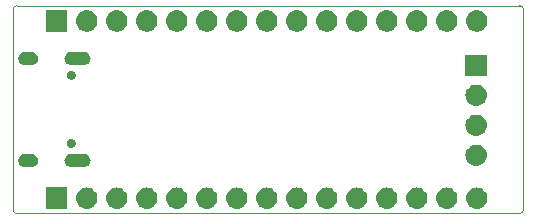
<source format=gbs>
G04 #@! TF.GenerationSoftware,KiCad,Pcbnew,5.0.1*
G04 #@! TF.CreationDate,2019-10-17T01:14:01+02:00*
G04 #@! TF.ProjectId,OtterPill,4F7474657250696C6C2E6B696361645F,rev?*
G04 #@! TF.SameCoordinates,Original*
G04 #@! TF.FileFunction,Soldermask,Bot*
G04 #@! TF.FilePolarity,Negative*
%FSLAX46Y46*%
G04 Gerber Fmt 4.6, Leading zero omitted, Abs format (unit mm)*
G04 Created by KiCad (PCBNEW 5.0.1) date Thu 17 Oct 2019 01:14:01 AM CEST*
%MOMM*%
%LPD*%
G01*
G04 APERTURE LIST*
%ADD10C,0.050000*%
%ADD11C,0.100000*%
G04 APERTURE END LIST*
D10*
X63200000Y-37100000D02*
G75*
G02X62900000Y-37400000I-300000J0D01*
G01*
X62900000Y-19800000D02*
G75*
G02X63200000Y-20100000I0J-300000D01*
G01*
X20000000Y-20100000D02*
G75*
G02X20300000Y-19800000I300000J0D01*
G01*
X20300000Y-37400000D02*
G75*
G02X20000000Y-37100000I0J300000D01*
G01*
X20000000Y-37100000D02*
X20000000Y-20100000D01*
X62900000Y-37400000D02*
X20300000Y-37400000D01*
X63200000Y-20100000D02*
X63200000Y-37100000D01*
X20300000Y-19800000D02*
X62900000Y-19800000D01*
D11*
G36*
X33970443Y-35205519D02*
X34036627Y-35212037D01*
X34149853Y-35246384D01*
X34206467Y-35263557D01*
X34345087Y-35337652D01*
X34362991Y-35347222D01*
X34398729Y-35376552D01*
X34500186Y-35459814D01*
X34583448Y-35561271D01*
X34612778Y-35597009D01*
X34612779Y-35597011D01*
X34696443Y-35753533D01*
X34696443Y-35753534D01*
X34747963Y-35923373D01*
X34765359Y-36100000D01*
X34747963Y-36276627D01*
X34713616Y-36389853D01*
X34696443Y-36446467D01*
X34622348Y-36585087D01*
X34612778Y-36602991D01*
X34583448Y-36638729D01*
X34500186Y-36740186D01*
X34398729Y-36823448D01*
X34362991Y-36852778D01*
X34362989Y-36852779D01*
X34206467Y-36936443D01*
X34149853Y-36953616D01*
X34036627Y-36987963D01*
X33970443Y-36994481D01*
X33904260Y-37001000D01*
X33815740Y-37001000D01*
X33749557Y-36994481D01*
X33683373Y-36987963D01*
X33570147Y-36953616D01*
X33513533Y-36936443D01*
X33357011Y-36852779D01*
X33357009Y-36852778D01*
X33321271Y-36823448D01*
X33219814Y-36740186D01*
X33136552Y-36638729D01*
X33107222Y-36602991D01*
X33097652Y-36585087D01*
X33023557Y-36446467D01*
X33006384Y-36389853D01*
X32972037Y-36276627D01*
X32954641Y-36100000D01*
X32972037Y-35923373D01*
X33023557Y-35753534D01*
X33023557Y-35753533D01*
X33107221Y-35597011D01*
X33107222Y-35597009D01*
X33136552Y-35561271D01*
X33219814Y-35459814D01*
X33321271Y-35376552D01*
X33357009Y-35347222D01*
X33374913Y-35337652D01*
X33513533Y-35263557D01*
X33570147Y-35246384D01*
X33683373Y-35212037D01*
X33749557Y-35205519D01*
X33815740Y-35199000D01*
X33904260Y-35199000D01*
X33970443Y-35205519D01*
X33970443Y-35205519D01*
G37*
G36*
X59370443Y-35205519D02*
X59436627Y-35212037D01*
X59549853Y-35246384D01*
X59606467Y-35263557D01*
X59745087Y-35337652D01*
X59762991Y-35347222D01*
X59798729Y-35376552D01*
X59900186Y-35459814D01*
X59983448Y-35561271D01*
X60012778Y-35597009D01*
X60012779Y-35597011D01*
X60096443Y-35753533D01*
X60096443Y-35753534D01*
X60147963Y-35923373D01*
X60165359Y-36100000D01*
X60147963Y-36276627D01*
X60113616Y-36389853D01*
X60096443Y-36446467D01*
X60022348Y-36585087D01*
X60012778Y-36602991D01*
X59983448Y-36638729D01*
X59900186Y-36740186D01*
X59798729Y-36823448D01*
X59762991Y-36852778D01*
X59762989Y-36852779D01*
X59606467Y-36936443D01*
X59549853Y-36953616D01*
X59436627Y-36987963D01*
X59370443Y-36994481D01*
X59304260Y-37001000D01*
X59215740Y-37001000D01*
X59149557Y-36994481D01*
X59083373Y-36987963D01*
X58970147Y-36953616D01*
X58913533Y-36936443D01*
X58757011Y-36852779D01*
X58757009Y-36852778D01*
X58721271Y-36823448D01*
X58619814Y-36740186D01*
X58536552Y-36638729D01*
X58507222Y-36602991D01*
X58497652Y-36585087D01*
X58423557Y-36446467D01*
X58406384Y-36389853D01*
X58372037Y-36276627D01*
X58354641Y-36100000D01*
X58372037Y-35923373D01*
X58423557Y-35753534D01*
X58423557Y-35753533D01*
X58507221Y-35597011D01*
X58507222Y-35597009D01*
X58536552Y-35561271D01*
X58619814Y-35459814D01*
X58721271Y-35376552D01*
X58757009Y-35347222D01*
X58774913Y-35337652D01*
X58913533Y-35263557D01*
X58970147Y-35246384D01*
X59083373Y-35212037D01*
X59149557Y-35205519D01*
X59215740Y-35199000D01*
X59304260Y-35199000D01*
X59370443Y-35205519D01*
X59370443Y-35205519D01*
G37*
G36*
X24601000Y-37001000D02*
X22799000Y-37001000D01*
X22799000Y-35199000D01*
X24601000Y-35199000D01*
X24601000Y-37001000D01*
X24601000Y-37001000D01*
G37*
G36*
X26350443Y-35205519D02*
X26416627Y-35212037D01*
X26529853Y-35246384D01*
X26586467Y-35263557D01*
X26725087Y-35337652D01*
X26742991Y-35347222D01*
X26778729Y-35376552D01*
X26880186Y-35459814D01*
X26963448Y-35561271D01*
X26992778Y-35597009D01*
X26992779Y-35597011D01*
X27076443Y-35753533D01*
X27076443Y-35753534D01*
X27127963Y-35923373D01*
X27145359Y-36100000D01*
X27127963Y-36276627D01*
X27093616Y-36389853D01*
X27076443Y-36446467D01*
X27002348Y-36585087D01*
X26992778Y-36602991D01*
X26963448Y-36638729D01*
X26880186Y-36740186D01*
X26778729Y-36823448D01*
X26742991Y-36852778D01*
X26742989Y-36852779D01*
X26586467Y-36936443D01*
X26529853Y-36953616D01*
X26416627Y-36987963D01*
X26350443Y-36994481D01*
X26284260Y-37001000D01*
X26195740Y-37001000D01*
X26129557Y-36994481D01*
X26063373Y-36987963D01*
X25950147Y-36953616D01*
X25893533Y-36936443D01*
X25737011Y-36852779D01*
X25737009Y-36852778D01*
X25701271Y-36823448D01*
X25599814Y-36740186D01*
X25516552Y-36638729D01*
X25487222Y-36602991D01*
X25477652Y-36585087D01*
X25403557Y-36446467D01*
X25386384Y-36389853D01*
X25352037Y-36276627D01*
X25334641Y-36100000D01*
X25352037Y-35923373D01*
X25403557Y-35753534D01*
X25403557Y-35753533D01*
X25487221Y-35597011D01*
X25487222Y-35597009D01*
X25516552Y-35561271D01*
X25599814Y-35459814D01*
X25701271Y-35376552D01*
X25737009Y-35347222D01*
X25754913Y-35337652D01*
X25893533Y-35263557D01*
X25950147Y-35246384D01*
X26063373Y-35212037D01*
X26129557Y-35205519D01*
X26195740Y-35199000D01*
X26284260Y-35199000D01*
X26350443Y-35205519D01*
X26350443Y-35205519D01*
G37*
G36*
X28890443Y-35205519D02*
X28956627Y-35212037D01*
X29069853Y-35246384D01*
X29126467Y-35263557D01*
X29265087Y-35337652D01*
X29282991Y-35347222D01*
X29318729Y-35376552D01*
X29420186Y-35459814D01*
X29503448Y-35561271D01*
X29532778Y-35597009D01*
X29532779Y-35597011D01*
X29616443Y-35753533D01*
X29616443Y-35753534D01*
X29667963Y-35923373D01*
X29685359Y-36100000D01*
X29667963Y-36276627D01*
X29633616Y-36389853D01*
X29616443Y-36446467D01*
X29542348Y-36585087D01*
X29532778Y-36602991D01*
X29503448Y-36638729D01*
X29420186Y-36740186D01*
X29318729Y-36823448D01*
X29282991Y-36852778D01*
X29282989Y-36852779D01*
X29126467Y-36936443D01*
X29069853Y-36953616D01*
X28956627Y-36987963D01*
X28890443Y-36994481D01*
X28824260Y-37001000D01*
X28735740Y-37001000D01*
X28669557Y-36994481D01*
X28603373Y-36987963D01*
X28490147Y-36953616D01*
X28433533Y-36936443D01*
X28277011Y-36852779D01*
X28277009Y-36852778D01*
X28241271Y-36823448D01*
X28139814Y-36740186D01*
X28056552Y-36638729D01*
X28027222Y-36602991D01*
X28017652Y-36585087D01*
X27943557Y-36446467D01*
X27926384Y-36389853D01*
X27892037Y-36276627D01*
X27874641Y-36100000D01*
X27892037Y-35923373D01*
X27943557Y-35753534D01*
X27943557Y-35753533D01*
X28027221Y-35597011D01*
X28027222Y-35597009D01*
X28056552Y-35561271D01*
X28139814Y-35459814D01*
X28241271Y-35376552D01*
X28277009Y-35347222D01*
X28294913Y-35337652D01*
X28433533Y-35263557D01*
X28490147Y-35246384D01*
X28603373Y-35212037D01*
X28669557Y-35205519D01*
X28735740Y-35199000D01*
X28824260Y-35199000D01*
X28890443Y-35205519D01*
X28890443Y-35205519D01*
G37*
G36*
X31430443Y-35205519D02*
X31496627Y-35212037D01*
X31609853Y-35246384D01*
X31666467Y-35263557D01*
X31805087Y-35337652D01*
X31822991Y-35347222D01*
X31858729Y-35376552D01*
X31960186Y-35459814D01*
X32043448Y-35561271D01*
X32072778Y-35597009D01*
X32072779Y-35597011D01*
X32156443Y-35753533D01*
X32156443Y-35753534D01*
X32207963Y-35923373D01*
X32225359Y-36100000D01*
X32207963Y-36276627D01*
X32173616Y-36389853D01*
X32156443Y-36446467D01*
X32082348Y-36585087D01*
X32072778Y-36602991D01*
X32043448Y-36638729D01*
X31960186Y-36740186D01*
X31858729Y-36823448D01*
X31822991Y-36852778D01*
X31822989Y-36852779D01*
X31666467Y-36936443D01*
X31609853Y-36953616D01*
X31496627Y-36987963D01*
X31430443Y-36994481D01*
X31364260Y-37001000D01*
X31275740Y-37001000D01*
X31209557Y-36994481D01*
X31143373Y-36987963D01*
X31030147Y-36953616D01*
X30973533Y-36936443D01*
X30817011Y-36852779D01*
X30817009Y-36852778D01*
X30781271Y-36823448D01*
X30679814Y-36740186D01*
X30596552Y-36638729D01*
X30567222Y-36602991D01*
X30557652Y-36585087D01*
X30483557Y-36446467D01*
X30466384Y-36389853D01*
X30432037Y-36276627D01*
X30414641Y-36100000D01*
X30432037Y-35923373D01*
X30483557Y-35753534D01*
X30483557Y-35753533D01*
X30567221Y-35597011D01*
X30567222Y-35597009D01*
X30596552Y-35561271D01*
X30679814Y-35459814D01*
X30781271Y-35376552D01*
X30817009Y-35347222D01*
X30834913Y-35337652D01*
X30973533Y-35263557D01*
X31030147Y-35246384D01*
X31143373Y-35212037D01*
X31209557Y-35205519D01*
X31275740Y-35199000D01*
X31364260Y-35199000D01*
X31430443Y-35205519D01*
X31430443Y-35205519D01*
G37*
G36*
X36510443Y-35205519D02*
X36576627Y-35212037D01*
X36689853Y-35246384D01*
X36746467Y-35263557D01*
X36885087Y-35337652D01*
X36902991Y-35347222D01*
X36938729Y-35376552D01*
X37040186Y-35459814D01*
X37123448Y-35561271D01*
X37152778Y-35597009D01*
X37152779Y-35597011D01*
X37236443Y-35753533D01*
X37236443Y-35753534D01*
X37287963Y-35923373D01*
X37305359Y-36100000D01*
X37287963Y-36276627D01*
X37253616Y-36389853D01*
X37236443Y-36446467D01*
X37162348Y-36585087D01*
X37152778Y-36602991D01*
X37123448Y-36638729D01*
X37040186Y-36740186D01*
X36938729Y-36823448D01*
X36902991Y-36852778D01*
X36902989Y-36852779D01*
X36746467Y-36936443D01*
X36689853Y-36953616D01*
X36576627Y-36987963D01*
X36510443Y-36994481D01*
X36444260Y-37001000D01*
X36355740Y-37001000D01*
X36289557Y-36994481D01*
X36223373Y-36987963D01*
X36110147Y-36953616D01*
X36053533Y-36936443D01*
X35897011Y-36852779D01*
X35897009Y-36852778D01*
X35861271Y-36823448D01*
X35759814Y-36740186D01*
X35676552Y-36638729D01*
X35647222Y-36602991D01*
X35637652Y-36585087D01*
X35563557Y-36446467D01*
X35546384Y-36389853D01*
X35512037Y-36276627D01*
X35494641Y-36100000D01*
X35512037Y-35923373D01*
X35563557Y-35753534D01*
X35563557Y-35753533D01*
X35647221Y-35597011D01*
X35647222Y-35597009D01*
X35676552Y-35561271D01*
X35759814Y-35459814D01*
X35861271Y-35376552D01*
X35897009Y-35347222D01*
X35914913Y-35337652D01*
X36053533Y-35263557D01*
X36110147Y-35246384D01*
X36223373Y-35212037D01*
X36289557Y-35205519D01*
X36355740Y-35199000D01*
X36444260Y-35199000D01*
X36510443Y-35205519D01*
X36510443Y-35205519D01*
G37*
G36*
X39050443Y-35205519D02*
X39116627Y-35212037D01*
X39229853Y-35246384D01*
X39286467Y-35263557D01*
X39425087Y-35337652D01*
X39442991Y-35347222D01*
X39478729Y-35376552D01*
X39580186Y-35459814D01*
X39663448Y-35561271D01*
X39692778Y-35597009D01*
X39692779Y-35597011D01*
X39776443Y-35753533D01*
X39776443Y-35753534D01*
X39827963Y-35923373D01*
X39845359Y-36100000D01*
X39827963Y-36276627D01*
X39793616Y-36389853D01*
X39776443Y-36446467D01*
X39702348Y-36585087D01*
X39692778Y-36602991D01*
X39663448Y-36638729D01*
X39580186Y-36740186D01*
X39478729Y-36823448D01*
X39442991Y-36852778D01*
X39442989Y-36852779D01*
X39286467Y-36936443D01*
X39229853Y-36953616D01*
X39116627Y-36987963D01*
X39050443Y-36994481D01*
X38984260Y-37001000D01*
X38895740Y-37001000D01*
X38829557Y-36994481D01*
X38763373Y-36987963D01*
X38650147Y-36953616D01*
X38593533Y-36936443D01*
X38437011Y-36852779D01*
X38437009Y-36852778D01*
X38401271Y-36823448D01*
X38299814Y-36740186D01*
X38216552Y-36638729D01*
X38187222Y-36602991D01*
X38177652Y-36585087D01*
X38103557Y-36446467D01*
X38086384Y-36389853D01*
X38052037Y-36276627D01*
X38034641Y-36100000D01*
X38052037Y-35923373D01*
X38103557Y-35753534D01*
X38103557Y-35753533D01*
X38187221Y-35597011D01*
X38187222Y-35597009D01*
X38216552Y-35561271D01*
X38299814Y-35459814D01*
X38401271Y-35376552D01*
X38437009Y-35347222D01*
X38454913Y-35337652D01*
X38593533Y-35263557D01*
X38650147Y-35246384D01*
X38763373Y-35212037D01*
X38829557Y-35205519D01*
X38895740Y-35199000D01*
X38984260Y-35199000D01*
X39050443Y-35205519D01*
X39050443Y-35205519D01*
G37*
G36*
X41590443Y-35205519D02*
X41656627Y-35212037D01*
X41769853Y-35246384D01*
X41826467Y-35263557D01*
X41965087Y-35337652D01*
X41982991Y-35347222D01*
X42018729Y-35376552D01*
X42120186Y-35459814D01*
X42203448Y-35561271D01*
X42232778Y-35597009D01*
X42232779Y-35597011D01*
X42316443Y-35753533D01*
X42316443Y-35753534D01*
X42367963Y-35923373D01*
X42385359Y-36100000D01*
X42367963Y-36276627D01*
X42333616Y-36389853D01*
X42316443Y-36446467D01*
X42242348Y-36585087D01*
X42232778Y-36602991D01*
X42203448Y-36638729D01*
X42120186Y-36740186D01*
X42018729Y-36823448D01*
X41982991Y-36852778D01*
X41982989Y-36852779D01*
X41826467Y-36936443D01*
X41769853Y-36953616D01*
X41656627Y-36987963D01*
X41590443Y-36994481D01*
X41524260Y-37001000D01*
X41435740Y-37001000D01*
X41369557Y-36994481D01*
X41303373Y-36987963D01*
X41190147Y-36953616D01*
X41133533Y-36936443D01*
X40977011Y-36852779D01*
X40977009Y-36852778D01*
X40941271Y-36823448D01*
X40839814Y-36740186D01*
X40756552Y-36638729D01*
X40727222Y-36602991D01*
X40717652Y-36585087D01*
X40643557Y-36446467D01*
X40626384Y-36389853D01*
X40592037Y-36276627D01*
X40574641Y-36100000D01*
X40592037Y-35923373D01*
X40643557Y-35753534D01*
X40643557Y-35753533D01*
X40727221Y-35597011D01*
X40727222Y-35597009D01*
X40756552Y-35561271D01*
X40839814Y-35459814D01*
X40941271Y-35376552D01*
X40977009Y-35347222D01*
X40994913Y-35337652D01*
X41133533Y-35263557D01*
X41190147Y-35246384D01*
X41303373Y-35212037D01*
X41369557Y-35205519D01*
X41435740Y-35199000D01*
X41524260Y-35199000D01*
X41590443Y-35205519D01*
X41590443Y-35205519D01*
G37*
G36*
X44130443Y-35205519D02*
X44196627Y-35212037D01*
X44309853Y-35246384D01*
X44366467Y-35263557D01*
X44505087Y-35337652D01*
X44522991Y-35347222D01*
X44558729Y-35376552D01*
X44660186Y-35459814D01*
X44743448Y-35561271D01*
X44772778Y-35597009D01*
X44772779Y-35597011D01*
X44856443Y-35753533D01*
X44856443Y-35753534D01*
X44907963Y-35923373D01*
X44925359Y-36100000D01*
X44907963Y-36276627D01*
X44873616Y-36389853D01*
X44856443Y-36446467D01*
X44782348Y-36585087D01*
X44772778Y-36602991D01*
X44743448Y-36638729D01*
X44660186Y-36740186D01*
X44558729Y-36823448D01*
X44522991Y-36852778D01*
X44522989Y-36852779D01*
X44366467Y-36936443D01*
X44309853Y-36953616D01*
X44196627Y-36987963D01*
X44130443Y-36994481D01*
X44064260Y-37001000D01*
X43975740Y-37001000D01*
X43909557Y-36994481D01*
X43843373Y-36987963D01*
X43730147Y-36953616D01*
X43673533Y-36936443D01*
X43517011Y-36852779D01*
X43517009Y-36852778D01*
X43481271Y-36823448D01*
X43379814Y-36740186D01*
X43296552Y-36638729D01*
X43267222Y-36602991D01*
X43257652Y-36585087D01*
X43183557Y-36446467D01*
X43166384Y-36389853D01*
X43132037Y-36276627D01*
X43114641Y-36100000D01*
X43132037Y-35923373D01*
X43183557Y-35753534D01*
X43183557Y-35753533D01*
X43267221Y-35597011D01*
X43267222Y-35597009D01*
X43296552Y-35561271D01*
X43379814Y-35459814D01*
X43481271Y-35376552D01*
X43517009Y-35347222D01*
X43534913Y-35337652D01*
X43673533Y-35263557D01*
X43730147Y-35246384D01*
X43843373Y-35212037D01*
X43909557Y-35205519D01*
X43975740Y-35199000D01*
X44064260Y-35199000D01*
X44130443Y-35205519D01*
X44130443Y-35205519D01*
G37*
G36*
X46670443Y-35205519D02*
X46736627Y-35212037D01*
X46849853Y-35246384D01*
X46906467Y-35263557D01*
X47045087Y-35337652D01*
X47062991Y-35347222D01*
X47098729Y-35376552D01*
X47200186Y-35459814D01*
X47283448Y-35561271D01*
X47312778Y-35597009D01*
X47312779Y-35597011D01*
X47396443Y-35753533D01*
X47396443Y-35753534D01*
X47447963Y-35923373D01*
X47465359Y-36100000D01*
X47447963Y-36276627D01*
X47413616Y-36389853D01*
X47396443Y-36446467D01*
X47322348Y-36585087D01*
X47312778Y-36602991D01*
X47283448Y-36638729D01*
X47200186Y-36740186D01*
X47098729Y-36823448D01*
X47062991Y-36852778D01*
X47062989Y-36852779D01*
X46906467Y-36936443D01*
X46849853Y-36953616D01*
X46736627Y-36987963D01*
X46670443Y-36994481D01*
X46604260Y-37001000D01*
X46515740Y-37001000D01*
X46449557Y-36994481D01*
X46383373Y-36987963D01*
X46270147Y-36953616D01*
X46213533Y-36936443D01*
X46057011Y-36852779D01*
X46057009Y-36852778D01*
X46021271Y-36823448D01*
X45919814Y-36740186D01*
X45836552Y-36638729D01*
X45807222Y-36602991D01*
X45797652Y-36585087D01*
X45723557Y-36446467D01*
X45706384Y-36389853D01*
X45672037Y-36276627D01*
X45654641Y-36100000D01*
X45672037Y-35923373D01*
X45723557Y-35753534D01*
X45723557Y-35753533D01*
X45807221Y-35597011D01*
X45807222Y-35597009D01*
X45836552Y-35561271D01*
X45919814Y-35459814D01*
X46021271Y-35376552D01*
X46057009Y-35347222D01*
X46074913Y-35337652D01*
X46213533Y-35263557D01*
X46270147Y-35246384D01*
X46383373Y-35212037D01*
X46449557Y-35205519D01*
X46515740Y-35199000D01*
X46604260Y-35199000D01*
X46670443Y-35205519D01*
X46670443Y-35205519D01*
G37*
G36*
X49210443Y-35205519D02*
X49276627Y-35212037D01*
X49389853Y-35246384D01*
X49446467Y-35263557D01*
X49585087Y-35337652D01*
X49602991Y-35347222D01*
X49638729Y-35376552D01*
X49740186Y-35459814D01*
X49823448Y-35561271D01*
X49852778Y-35597009D01*
X49852779Y-35597011D01*
X49936443Y-35753533D01*
X49936443Y-35753534D01*
X49987963Y-35923373D01*
X50005359Y-36100000D01*
X49987963Y-36276627D01*
X49953616Y-36389853D01*
X49936443Y-36446467D01*
X49862348Y-36585087D01*
X49852778Y-36602991D01*
X49823448Y-36638729D01*
X49740186Y-36740186D01*
X49638729Y-36823448D01*
X49602991Y-36852778D01*
X49602989Y-36852779D01*
X49446467Y-36936443D01*
X49389853Y-36953616D01*
X49276627Y-36987963D01*
X49210443Y-36994481D01*
X49144260Y-37001000D01*
X49055740Y-37001000D01*
X48989557Y-36994481D01*
X48923373Y-36987963D01*
X48810147Y-36953616D01*
X48753533Y-36936443D01*
X48597011Y-36852779D01*
X48597009Y-36852778D01*
X48561271Y-36823448D01*
X48459814Y-36740186D01*
X48376552Y-36638729D01*
X48347222Y-36602991D01*
X48337652Y-36585087D01*
X48263557Y-36446467D01*
X48246384Y-36389853D01*
X48212037Y-36276627D01*
X48194641Y-36100000D01*
X48212037Y-35923373D01*
X48263557Y-35753534D01*
X48263557Y-35753533D01*
X48347221Y-35597011D01*
X48347222Y-35597009D01*
X48376552Y-35561271D01*
X48459814Y-35459814D01*
X48561271Y-35376552D01*
X48597009Y-35347222D01*
X48614913Y-35337652D01*
X48753533Y-35263557D01*
X48810147Y-35246384D01*
X48923373Y-35212037D01*
X48989557Y-35205519D01*
X49055740Y-35199000D01*
X49144260Y-35199000D01*
X49210443Y-35205519D01*
X49210443Y-35205519D01*
G37*
G36*
X51750443Y-35205519D02*
X51816627Y-35212037D01*
X51929853Y-35246384D01*
X51986467Y-35263557D01*
X52125087Y-35337652D01*
X52142991Y-35347222D01*
X52178729Y-35376552D01*
X52280186Y-35459814D01*
X52363448Y-35561271D01*
X52392778Y-35597009D01*
X52392779Y-35597011D01*
X52476443Y-35753533D01*
X52476443Y-35753534D01*
X52527963Y-35923373D01*
X52545359Y-36100000D01*
X52527963Y-36276627D01*
X52493616Y-36389853D01*
X52476443Y-36446467D01*
X52402348Y-36585087D01*
X52392778Y-36602991D01*
X52363448Y-36638729D01*
X52280186Y-36740186D01*
X52178729Y-36823448D01*
X52142991Y-36852778D01*
X52142989Y-36852779D01*
X51986467Y-36936443D01*
X51929853Y-36953616D01*
X51816627Y-36987963D01*
X51750443Y-36994481D01*
X51684260Y-37001000D01*
X51595740Y-37001000D01*
X51529557Y-36994481D01*
X51463373Y-36987963D01*
X51350147Y-36953616D01*
X51293533Y-36936443D01*
X51137011Y-36852779D01*
X51137009Y-36852778D01*
X51101271Y-36823448D01*
X50999814Y-36740186D01*
X50916552Y-36638729D01*
X50887222Y-36602991D01*
X50877652Y-36585087D01*
X50803557Y-36446467D01*
X50786384Y-36389853D01*
X50752037Y-36276627D01*
X50734641Y-36100000D01*
X50752037Y-35923373D01*
X50803557Y-35753534D01*
X50803557Y-35753533D01*
X50887221Y-35597011D01*
X50887222Y-35597009D01*
X50916552Y-35561271D01*
X50999814Y-35459814D01*
X51101271Y-35376552D01*
X51137009Y-35347222D01*
X51154913Y-35337652D01*
X51293533Y-35263557D01*
X51350147Y-35246384D01*
X51463373Y-35212037D01*
X51529557Y-35205519D01*
X51595740Y-35199000D01*
X51684260Y-35199000D01*
X51750443Y-35205519D01*
X51750443Y-35205519D01*
G37*
G36*
X54290443Y-35205519D02*
X54356627Y-35212037D01*
X54469853Y-35246384D01*
X54526467Y-35263557D01*
X54665087Y-35337652D01*
X54682991Y-35347222D01*
X54718729Y-35376552D01*
X54820186Y-35459814D01*
X54903448Y-35561271D01*
X54932778Y-35597009D01*
X54932779Y-35597011D01*
X55016443Y-35753533D01*
X55016443Y-35753534D01*
X55067963Y-35923373D01*
X55085359Y-36100000D01*
X55067963Y-36276627D01*
X55033616Y-36389853D01*
X55016443Y-36446467D01*
X54942348Y-36585087D01*
X54932778Y-36602991D01*
X54903448Y-36638729D01*
X54820186Y-36740186D01*
X54718729Y-36823448D01*
X54682991Y-36852778D01*
X54682989Y-36852779D01*
X54526467Y-36936443D01*
X54469853Y-36953616D01*
X54356627Y-36987963D01*
X54290443Y-36994481D01*
X54224260Y-37001000D01*
X54135740Y-37001000D01*
X54069557Y-36994481D01*
X54003373Y-36987963D01*
X53890147Y-36953616D01*
X53833533Y-36936443D01*
X53677011Y-36852779D01*
X53677009Y-36852778D01*
X53641271Y-36823448D01*
X53539814Y-36740186D01*
X53456552Y-36638729D01*
X53427222Y-36602991D01*
X53417652Y-36585087D01*
X53343557Y-36446467D01*
X53326384Y-36389853D01*
X53292037Y-36276627D01*
X53274641Y-36100000D01*
X53292037Y-35923373D01*
X53343557Y-35753534D01*
X53343557Y-35753533D01*
X53427221Y-35597011D01*
X53427222Y-35597009D01*
X53456552Y-35561271D01*
X53539814Y-35459814D01*
X53641271Y-35376552D01*
X53677009Y-35347222D01*
X53694913Y-35337652D01*
X53833533Y-35263557D01*
X53890147Y-35246384D01*
X54003373Y-35212037D01*
X54069557Y-35205519D01*
X54135740Y-35199000D01*
X54224260Y-35199000D01*
X54290443Y-35205519D01*
X54290443Y-35205519D01*
G37*
G36*
X56830443Y-35205519D02*
X56896627Y-35212037D01*
X57009853Y-35246384D01*
X57066467Y-35263557D01*
X57205087Y-35337652D01*
X57222991Y-35347222D01*
X57258729Y-35376552D01*
X57360186Y-35459814D01*
X57443448Y-35561271D01*
X57472778Y-35597009D01*
X57472779Y-35597011D01*
X57556443Y-35753533D01*
X57556443Y-35753534D01*
X57607963Y-35923373D01*
X57625359Y-36100000D01*
X57607963Y-36276627D01*
X57573616Y-36389853D01*
X57556443Y-36446467D01*
X57482348Y-36585087D01*
X57472778Y-36602991D01*
X57443448Y-36638729D01*
X57360186Y-36740186D01*
X57258729Y-36823448D01*
X57222991Y-36852778D01*
X57222989Y-36852779D01*
X57066467Y-36936443D01*
X57009853Y-36953616D01*
X56896627Y-36987963D01*
X56830443Y-36994481D01*
X56764260Y-37001000D01*
X56675740Y-37001000D01*
X56609557Y-36994481D01*
X56543373Y-36987963D01*
X56430147Y-36953616D01*
X56373533Y-36936443D01*
X56217011Y-36852779D01*
X56217009Y-36852778D01*
X56181271Y-36823448D01*
X56079814Y-36740186D01*
X55996552Y-36638729D01*
X55967222Y-36602991D01*
X55957652Y-36585087D01*
X55883557Y-36446467D01*
X55866384Y-36389853D01*
X55832037Y-36276627D01*
X55814641Y-36100000D01*
X55832037Y-35923373D01*
X55883557Y-35753534D01*
X55883557Y-35753533D01*
X55967221Y-35597011D01*
X55967222Y-35597009D01*
X55996552Y-35561271D01*
X56079814Y-35459814D01*
X56181271Y-35376552D01*
X56217009Y-35347222D01*
X56234913Y-35337652D01*
X56373533Y-35263557D01*
X56430147Y-35246384D01*
X56543373Y-35212037D01*
X56609557Y-35205519D01*
X56675740Y-35199000D01*
X56764260Y-35199000D01*
X56830443Y-35205519D01*
X56830443Y-35205519D01*
G37*
G36*
X21683014Y-32346973D02*
X21786878Y-32378479D01*
X21882599Y-32429644D01*
X21966500Y-32498499D01*
X22035355Y-32582400D01*
X22086520Y-32678121D01*
X22118026Y-32781985D01*
X22128665Y-32890000D01*
X22118026Y-32998015D01*
X22086520Y-33101879D01*
X22035355Y-33197600D01*
X21966500Y-33281501D01*
X21882599Y-33350356D01*
X21786878Y-33401521D01*
X21683014Y-33433027D01*
X21602066Y-33441000D01*
X20947932Y-33441000D01*
X20866984Y-33433027D01*
X20763120Y-33401521D01*
X20667399Y-33350356D01*
X20583498Y-33281501D01*
X20514643Y-33197600D01*
X20463478Y-33101879D01*
X20431972Y-32998015D01*
X20421333Y-32890000D01*
X20431972Y-32781985D01*
X20463478Y-32678121D01*
X20514643Y-32582400D01*
X20583498Y-32498499D01*
X20667399Y-32429644D01*
X20763120Y-32378479D01*
X20866984Y-32346973D01*
X20947932Y-32339000D01*
X21602066Y-32339000D01*
X21683014Y-32346973D01*
X21683014Y-32346973D01*
G37*
G36*
X26113014Y-32346973D02*
X26216878Y-32378479D01*
X26312599Y-32429644D01*
X26396500Y-32498499D01*
X26465355Y-32582400D01*
X26516520Y-32678121D01*
X26548026Y-32781985D01*
X26558665Y-32890000D01*
X26548026Y-32998015D01*
X26516520Y-33101879D01*
X26465355Y-33197600D01*
X26396500Y-33281501D01*
X26312599Y-33350356D01*
X26216878Y-33401521D01*
X26113014Y-33433027D01*
X26032066Y-33441000D01*
X24877932Y-33441000D01*
X24796984Y-33433027D01*
X24693120Y-33401521D01*
X24597399Y-33350356D01*
X24513498Y-33281501D01*
X24444643Y-33197600D01*
X24393478Y-33101879D01*
X24361972Y-32998015D01*
X24351333Y-32890000D01*
X24361972Y-32781985D01*
X24393478Y-32678121D01*
X24444643Y-32582400D01*
X24513498Y-32498499D01*
X24597399Y-32429644D01*
X24693120Y-32378479D01*
X24796984Y-32346973D01*
X24877932Y-32339000D01*
X26032066Y-32339000D01*
X26113014Y-32346973D01*
X26113014Y-32346973D01*
G37*
G36*
X59310443Y-31575519D02*
X59376627Y-31582037D01*
X59489853Y-31616384D01*
X59546467Y-31633557D01*
X59670184Y-31699686D01*
X59702991Y-31717222D01*
X59738729Y-31746552D01*
X59840186Y-31829814D01*
X59923448Y-31931271D01*
X59952778Y-31967009D01*
X59952779Y-31967011D01*
X60036443Y-32123533D01*
X60036443Y-32123534D01*
X60087963Y-32293373D01*
X60105359Y-32470000D01*
X60087963Y-32646627D01*
X60078409Y-32678121D01*
X60036443Y-32816467D01*
X59997138Y-32890000D01*
X59952778Y-32972991D01*
X59932243Y-32998013D01*
X59840186Y-33110186D01*
X59738729Y-33193448D01*
X59702991Y-33222778D01*
X59702989Y-33222779D01*
X59546467Y-33306443D01*
X59489853Y-33323616D01*
X59376627Y-33357963D01*
X59310443Y-33364481D01*
X59244260Y-33371000D01*
X59155740Y-33371000D01*
X59089557Y-33364481D01*
X59023373Y-33357963D01*
X58910147Y-33323616D01*
X58853533Y-33306443D01*
X58697011Y-33222779D01*
X58697009Y-33222778D01*
X58661271Y-33193448D01*
X58559814Y-33110186D01*
X58467757Y-32998013D01*
X58447222Y-32972991D01*
X58402862Y-32890000D01*
X58363557Y-32816467D01*
X58321591Y-32678121D01*
X58312037Y-32646627D01*
X58294641Y-32470000D01*
X58312037Y-32293373D01*
X58363557Y-32123534D01*
X58363557Y-32123533D01*
X58447221Y-31967011D01*
X58447222Y-31967009D01*
X58476552Y-31931271D01*
X58559814Y-31829814D01*
X58661271Y-31746552D01*
X58697009Y-31717222D01*
X58729816Y-31699686D01*
X58853533Y-31633557D01*
X58910147Y-31616384D01*
X59023373Y-31582037D01*
X59089557Y-31575519D01*
X59155740Y-31569000D01*
X59244260Y-31569000D01*
X59310443Y-31575519D01*
X59310443Y-31575519D01*
G37*
G36*
X25034671Y-31098449D02*
X25034673Y-31098450D01*
X25034674Y-31098450D01*
X25103102Y-31126793D01*
X25164408Y-31167757D01*
X25164688Y-31167944D01*
X25217055Y-31220311D01*
X25217057Y-31220314D01*
X25258206Y-31281897D01*
X25286549Y-31350325D01*
X25286550Y-31350328D01*
X25300999Y-31422966D01*
X25300999Y-31497034D01*
X25286684Y-31569000D01*
X25286549Y-31569675D01*
X25258206Y-31638103D01*
X25217242Y-31699409D01*
X25217055Y-31699689D01*
X25164688Y-31752056D01*
X25164685Y-31752058D01*
X25103102Y-31793207D01*
X25034674Y-31821550D01*
X25034673Y-31821550D01*
X25034671Y-31821551D01*
X24962033Y-31836000D01*
X24887965Y-31836000D01*
X24815327Y-31821551D01*
X24815325Y-31821550D01*
X24815324Y-31821550D01*
X24746896Y-31793207D01*
X24685313Y-31752058D01*
X24685310Y-31752056D01*
X24632943Y-31699689D01*
X24632756Y-31699409D01*
X24591792Y-31638103D01*
X24563449Y-31569675D01*
X24563315Y-31569000D01*
X24548999Y-31497034D01*
X24548999Y-31422966D01*
X24563448Y-31350328D01*
X24563449Y-31350325D01*
X24591792Y-31281897D01*
X24632941Y-31220314D01*
X24632943Y-31220311D01*
X24685310Y-31167944D01*
X24685590Y-31167757D01*
X24746896Y-31126793D01*
X24815324Y-31098450D01*
X24815325Y-31098450D01*
X24815327Y-31098449D01*
X24887965Y-31084000D01*
X24962033Y-31084000D01*
X25034671Y-31098449D01*
X25034671Y-31098449D01*
G37*
G36*
X59310443Y-29035519D02*
X59376627Y-29042037D01*
X59489853Y-29076384D01*
X59546467Y-29093557D01*
X59685087Y-29167652D01*
X59702991Y-29177222D01*
X59738729Y-29206552D01*
X59840186Y-29289814D01*
X59923448Y-29391271D01*
X59952778Y-29427009D01*
X59952779Y-29427011D01*
X60036443Y-29583533D01*
X60036443Y-29583534D01*
X60087963Y-29753373D01*
X60105359Y-29930000D01*
X60087963Y-30106627D01*
X60053616Y-30219853D01*
X60036443Y-30276467D01*
X59962348Y-30415087D01*
X59952778Y-30432991D01*
X59923448Y-30468729D01*
X59840186Y-30570186D01*
X59738729Y-30653448D01*
X59702991Y-30682778D01*
X59702989Y-30682779D01*
X59546467Y-30766443D01*
X59489853Y-30783616D01*
X59376627Y-30817963D01*
X59310443Y-30824481D01*
X59244260Y-30831000D01*
X59155740Y-30831000D01*
X59089557Y-30824481D01*
X59023373Y-30817963D01*
X58910147Y-30783616D01*
X58853533Y-30766443D01*
X58697011Y-30682779D01*
X58697009Y-30682778D01*
X58661271Y-30653448D01*
X58559814Y-30570186D01*
X58476552Y-30468729D01*
X58447222Y-30432991D01*
X58437652Y-30415087D01*
X58363557Y-30276467D01*
X58346384Y-30219853D01*
X58312037Y-30106627D01*
X58294641Y-29930000D01*
X58312037Y-29753373D01*
X58363557Y-29583534D01*
X58363557Y-29583533D01*
X58447221Y-29427011D01*
X58447222Y-29427009D01*
X58476552Y-29391271D01*
X58559814Y-29289814D01*
X58661271Y-29206552D01*
X58697009Y-29177222D01*
X58714913Y-29167652D01*
X58853533Y-29093557D01*
X58910147Y-29076384D01*
X59023373Y-29042037D01*
X59089557Y-29035519D01*
X59155740Y-29029000D01*
X59244260Y-29029000D01*
X59310443Y-29035519D01*
X59310443Y-29035519D01*
G37*
G36*
X59310443Y-26495519D02*
X59376627Y-26502037D01*
X59489853Y-26536384D01*
X59546467Y-26553557D01*
X59685087Y-26627652D01*
X59702991Y-26637222D01*
X59738729Y-26666552D01*
X59840186Y-26749814D01*
X59923448Y-26851271D01*
X59952778Y-26887009D01*
X59952779Y-26887011D01*
X60036443Y-27043533D01*
X60036443Y-27043534D01*
X60087963Y-27213373D01*
X60105359Y-27390000D01*
X60087963Y-27566627D01*
X60053616Y-27679853D01*
X60036443Y-27736467D01*
X59962348Y-27875087D01*
X59952778Y-27892991D01*
X59923448Y-27928729D01*
X59840186Y-28030186D01*
X59738729Y-28113448D01*
X59702991Y-28142778D01*
X59702989Y-28142779D01*
X59546467Y-28226443D01*
X59489853Y-28243616D01*
X59376627Y-28277963D01*
X59310443Y-28284481D01*
X59244260Y-28291000D01*
X59155740Y-28291000D01*
X59089557Y-28284481D01*
X59023373Y-28277963D01*
X58910147Y-28243616D01*
X58853533Y-28226443D01*
X58697011Y-28142779D01*
X58697009Y-28142778D01*
X58661271Y-28113448D01*
X58559814Y-28030186D01*
X58476552Y-27928729D01*
X58447222Y-27892991D01*
X58437652Y-27875087D01*
X58363557Y-27736467D01*
X58346384Y-27679853D01*
X58312037Y-27566627D01*
X58294641Y-27390000D01*
X58312037Y-27213373D01*
X58363557Y-27043534D01*
X58363557Y-27043533D01*
X58447221Y-26887011D01*
X58447222Y-26887009D01*
X58476552Y-26851271D01*
X58559814Y-26749814D01*
X58661271Y-26666552D01*
X58697009Y-26637222D01*
X58714913Y-26627652D01*
X58853533Y-26553557D01*
X58910147Y-26536384D01*
X59023373Y-26502037D01*
X59089557Y-26495519D01*
X59155740Y-26489000D01*
X59244260Y-26489000D01*
X59310443Y-26495519D01*
X59310443Y-26495519D01*
G37*
G36*
X25034671Y-25318449D02*
X25034673Y-25318450D01*
X25034674Y-25318450D01*
X25103102Y-25346793D01*
X25164408Y-25387757D01*
X25164688Y-25387944D01*
X25217055Y-25440311D01*
X25217057Y-25440314D01*
X25258206Y-25501897D01*
X25286549Y-25570325D01*
X25286550Y-25570328D01*
X25300999Y-25642966D01*
X25300999Y-25717034D01*
X25294243Y-25751000D01*
X25286549Y-25789675D01*
X25258206Y-25858103D01*
X25217242Y-25919409D01*
X25217055Y-25919689D01*
X25164688Y-25972056D01*
X25164685Y-25972058D01*
X25103102Y-26013207D01*
X25034674Y-26041550D01*
X25034673Y-26041550D01*
X25034671Y-26041551D01*
X24962033Y-26056000D01*
X24887965Y-26056000D01*
X24815327Y-26041551D01*
X24815325Y-26041550D01*
X24815324Y-26041550D01*
X24746896Y-26013207D01*
X24685313Y-25972058D01*
X24685310Y-25972056D01*
X24632943Y-25919689D01*
X24632756Y-25919409D01*
X24591792Y-25858103D01*
X24563449Y-25789675D01*
X24555756Y-25751000D01*
X24548999Y-25717034D01*
X24548999Y-25642966D01*
X24563448Y-25570328D01*
X24563449Y-25570325D01*
X24591792Y-25501897D01*
X24632941Y-25440314D01*
X24632943Y-25440311D01*
X24685310Y-25387944D01*
X24685590Y-25387757D01*
X24746896Y-25346793D01*
X24815324Y-25318450D01*
X24815325Y-25318450D01*
X24815327Y-25318449D01*
X24887965Y-25304000D01*
X24962033Y-25304000D01*
X25034671Y-25318449D01*
X25034671Y-25318449D01*
G37*
G36*
X60101000Y-25751000D02*
X58299000Y-25751000D01*
X58299000Y-23949000D01*
X60101000Y-23949000D01*
X60101000Y-25751000D01*
X60101000Y-25751000D01*
G37*
G36*
X26113014Y-23706973D02*
X26216878Y-23738479D01*
X26312599Y-23789644D01*
X26396500Y-23858499D01*
X26465355Y-23942400D01*
X26516520Y-24038121D01*
X26548026Y-24141985D01*
X26558665Y-24250000D01*
X26548026Y-24358015D01*
X26516520Y-24461879D01*
X26465355Y-24557600D01*
X26396500Y-24641501D01*
X26312599Y-24710356D01*
X26216878Y-24761521D01*
X26113014Y-24793027D01*
X26032066Y-24801000D01*
X24877932Y-24801000D01*
X24796984Y-24793027D01*
X24693120Y-24761521D01*
X24597399Y-24710356D01*
X24513498Y-24641501D01*
X24444643Y-24557600D01*
X24393478Y-24461879D01*
X24361972Y-24358015D01*
X24351333Y-24250000D01*
X24361972Y-24141985D01*
X24393478Y-24038121D01*
X24444643Y-23942400D01*
X24513498Y-23858499D01*
X24597399Y-23789644D01*
X24693120Y-23738479D01*
X24796984Y-23706973D01*
X24877932Y-23699000D01*
X26032066Y-23699000D01*
X26113014Y-23706973D01*
X26113014Y-23706973D01*
G37*
G36*
X21683014Y-23706973D02*
X21786878Y-23738479D01*
X21882599Y-23789644D01*
X21966500Y-23858499D01*
X22035355Y-23942400D01*
X22086520Y-24038121D01*
X22118026Y-24141985D01*
X22128665Y-24250000D01*
X22118026Y-24358015D01*
X22086520Y-24461879D01*
X22035355Y-24557600D01*
X21966500Y-24641501D01*
X21882599Y-24710356D01*
X21786878Y-24761521D01*
X21683014Y-24793027D01*
X21602066Y-24801000D01*
X20947932Y-24801000D01*
X20866984Y-24793027D01*
X20763120Y-24761521D01*
X20667399Y-24710356D01*
X20583498Y-24641501D01*
X20514643Y-24557600D01*
X20463478Y-24461879D01*
X20431972Y-24358015D01*
X20421333Y-24250000D01*
X20431972Y-24141985D01*
X20463478Y-24038121D01*
X20514643Y-23942400D01*
X20583498Y-23858499D01*
X20667399Y-23789644D01*
X20763120Y-23738479D01*
X20866984Y-23706973D01*
X20947932Y-23699000D01*
X21602066Y-23699000D01*
X21683014Y-23706973D01*
X21683014Y-23706973D01*
G37*
G36*
X24601000Y-22001000D02*
X22799000Y-22001000D01*
X22799000Y-20199000D01*
X24601000Y-20199000D01*
X24601000Y-22001000D01*
X24601000Y-22001000D01*
G37*
G36*
X26350443Y-20205519D02*
X26416627Y-20212037D01*
X26529853Y-20246384D01*
X26586467Y-20263557D01*
X26725087Y-20337652D01*
X26742991Y-20347222D01*
X26778729Y-20376552D01*
X26880186Y-20459814D01*
X26963448Y-20561271D01*
X26992778Y-20597009D01*
X26992779Y-20597011D01*
X27076443Y-20753533D01*
X27076443Y-20753534D01*
X27127963Y-20923373D01*
X27145359Y-21100000D01*
X27127963Y-21276627D01*
X27093616Y-21389853D01*
X27076443Y-21446467D01*
X27002348Y-21585087D01*
X26992778Y-21602991D01*
X26963448Y-21638729D01*
X26880186Y-21740186D01*
X26778729Y-21823448D01*
X26742991Y-21852778D01*
X26742989Y-21852779D01*
X26586467Y-21936443D01*
X26529853Y-21953616D01*
X26416627Y-21987963D01*
X26350443Y-21994481D01*
X26284260Y-22001000D01*
X26195740Y-22001000D01*
X26129557Y-21994481D01*
X26063373Y-21987963D01*
X25950147Y-21953616D01*
X25893533Y-21936443D01*
X25737011Y-21852779D01*
X25737009Y-21852778D01*
X25701271Y-21823448D01*
X25599814Y-21740186D01*
X25516552Y-21638729D01*
X25487222Y-21602991D01*
X25477652Y-21585087D01*
X25403557Y-21446467D01*
X25386384Y-21389853D01*
X25352037Y-21276627D01*
X25334641Y-21100000D01*
X25352037Y-20923373D01*
X25403557Y-20753534D01*
X25403557Y-20753533D01*
X25487221Y-20597011D01*
X25487222Y-20597009D01*
X25516552Y-20561271D01*
X25599814Y-20459814D01*
X25701271Y-20376552D01*
X25737009Y-20347222D01*
X25754913Y-20337652D01*
X25893533Y-20263557D01*
X25950147Y-20246384D01*
X26063373Y-20212037D01*
X26129557Y-20205519D01*
X26195740Y-20199000D01*
X26284260Y-20199000D01*
X26350443Y-20205519D01*
X26350443Y-20205519D01*
G37*
G36*
X28890443Y-20205519D02*
X28956627Y-20212037D01*
X29069853Y-20246384D01*
X29126467Y-20263557D01*
X29265087Y-20337652D01*
X29282991Y-20347222D01*
X29318729Y-20376552D01*
X29420186Y-20459814D01*
X29503448Y-20561271D01*
X29532778Y-20597009D01*
X29532779Y-20597011D01*
X29616443Y-20753533D01*
X29616443Y-20753534D01*
X29667963Y-20923373D01*
X29685359Y-21100000D01*
X29667963Y-21276627D01*
X29633616Y-21389853D01*
X29616443Y-21446467D01*
X29542348Y-21585087D01*
X29532778Y-21602991D01*
X29503448Y-21638729D01*
X29420186Y-21740186D01*
X29318729Y-21823448D01*
X29282991Y-21852778D01*
X29282989Y-21852779D01*
X29126467Y-21936443D01*
X29069853Y-21953616D01*
X28956627Y-21987963D01*
X28890443Y-21994481D01*
X28824260Y-22001000D01*
X28735740Y-22001000D01*
X28669557Y-21994481D01*
X28603373Y-21987963D01*
X28490147Y-21953616D01*
X28433533Y-21936443D01*
X28277011Y-21852779D01*
X28277009Y-21852778D01*
X28241271Y-21823448D01*
X28139814Y-21740186D01*
X28056552Y-21638729D01*
X28027222Y-21602991D01*
X28017652Y-21585087D01*
X27943557Y-21446467D01*
X27926384Y-21389853D01*
X27892037Y-21276627D01*
X27874641Y-21100000D01*
X27892037Y-20923373D01*
X27943557Y-20753534D01*
X27943557Y-20753533D01*
X28027221Y-20597011D01*
X28027222Y-20597009D01*
X28056552Y-20561271D01*
X28139814Y-20459814D01*
X28241271Y-20376552D01*
X28277009Y-20347222D01*
X28294913Y-20337652D01*
X28433533Y-20263557D01*
X28490147Y-20246384D01*
X28603373Y-20212037D01*
X28669557Y-20205519D01*
X28735740Y-20199000D01*
X28824260Y-20199000D01*
X28890443Y-20205519D01*
X28890443Y-20205519D01*
G37*
G36*
X59370443Y-20205519D02*
X59436627Y-20212037D01*
X59549853Y-20246384D01*
X59606467Y-20263557D01*
X59745087Y-20337652D01*
X59762991Y-20347222D01*
X59798729Y-20376552D01*
X59900186Y-20459814D01*
X59983448Y-20561271D01*
X60012778Y-20597009D01*
X60012779Y-20597011D01*
X60096443Y-20753533D01*
X60096443Y-20753534D01*
X60147963Y-20923373D01*
X60165359Y-21100000D01*
X60147963Y-21276627D01*
X60113616Y-21389853D01*
X60096443Y-21446467D01*
X60022348Y-21585087D01*
X60012778Y-21602991D01*
X59983448Y-21638729D01*
X59900186Y-21740186D01*
X59798729Y-21823448D01*
X59762991Y-21852778D01*
X59762989Y-21852779D01*
X59606467Y-21936443D01*
X59549853Y-21953616D01*
X59436627Y-21987963D01*
X59370443Y-21994481D01*
X59304260Y-22001000D01*
X59215740Y-22001000D01*
X59149557Y-21994481D01*
X59083373Y-21987963D01*
X58970147Y-21953616D01*
X58913533Y-21936443D01*
X58757011Y-21852779D01*
X58757009Y-21852778D01*
X58721271Y-21823448D01*
X58619814Y-21740186D01*
X58536552Y-21638729D01*
X58507222Y-21602991D01*
X58497652Y-21585087D01*
X58423557Y-21446467D01*
X58406384Y-21389853D01*
X58372037Y-21276627D01*
X58354641Y-21100000D01*
X58372037Y-20923373D01*
X58423557Y-20753534D01*
X58423557Y-20753533D01*
X58507221Y-20597011D01*
X58507222Y-20597009D01*
X58536552Y-20561271D01*
X58619814Y-20459814D01*
X58721271Y-20376552D01*
X58757009Y-20347222D01*
X58774913Y-20337652D01*
X58913533Y-20263557D01*
X58970147Y-20246384D01*
X59083373Y-20212037D01*
X59149557Y-20205519D01*
X59215740Y-20199000D01*
X59304260Y-20199000D01*
X59370443Y-20205519D01*
X59370443Y-20205519D01*
G37*
G36*
X56830443Y-20205519D02*
X56896627Y-20212037D01*
X57009853Y-20246384D01*
X57066467Y-20263557D01*
X57205087Y-20337652D01*
X57222991Y-20347222D01*
X57258729Y-20376552D01*
X57360186Y-20459814D01*
X57443448Y-20561271D01*
X57472778Y-20597009D01*
X57472779Y-20597011D01*
X57556443Y-20753533D01*
X57556443Y-20753534D01*
X57607963Y-20923373D01*
X57625359Y-21100000D01*
X57607963Y-21276627D01*
X57573616Y-21389853D01*
X57556443Y-21446467D01*
X57482348Y-21585087D01*
X57472778Y-21602991D01*
X57443448Y-21638729D01*
X57360186Y-21740186D01*
X57258729Y-21823448D01*
X57222991Y-21852778D01*
X57222989Y-21852779D01*
X57066467Y-21936443D01*
X57009853Y-21953616D01*
X56896627Y-21987963D01*
X56830443Y-21994481D01*
X56764260Y-22001000D01*
X56675740Y-22001000D01*
X56609557Y-21994481D01*
X56543373Y-21987963D01*
X56430147Y-21953616D01*
X56373533Y-21936443D01*
X56217011Y-21852779D01*
X56217009Y-21852778D01*
X56181271Y-21823448D01*
X56079814Y-21740186D01*
X55996552Y-21638729D01*
X55967222Y-21602991D01*
X55957652Y-21585087D01*
X55883557Y-21446467D01*
X55866384Y-21389853D01*
X55832037Y-21276627D01*
X55814641Y-21100000D01*
X55832037Y-20923373D01*
X55883557Y-20753534D01*
X55883557Y-20753533D01*
X55967221Y-20597011D01*
X55967222Y-20597009D01*
X55996552Y-20561271D01*
X56079814Y-20459814D01*
X56181271Y-20376552D01*
X56217009Y-20347222D01*
X56234913Y-20337652D01*
X56373533Y-20263557D01*
X56430147Y-20246384D01*
X56543373Y-20212037D01*
X56609557Y-20205519D01*
X56675740Y-20199000D01*
X56764260Y-20199000D01*
X56830443Y-20205519D01*
X56830443Y-20205519D01*
G37*
G36*
X54290443Y-20205519D02*
X54356627Y-20212037D01*
X54469853Y-20246384D01*
X54526467Y-20263557D01*
X54665087Y-20337652D01*
X54682991Y-20347222D01*
X54718729Y-20376552D01*
X54820186Y-20459814D01*
X54903448Y-20561271D01*
X54932778Y-20597009D01*
X54932779Y-20597011D01*
X55016443Y-20753533D01*
X55016443Y-20753534D01*
X55067963Y-20923373D01*
X55085359Y-21100000D01*
X55067963Y-21276627D01*
X55033616Y-21389853D01*
X55016443Y-21446467D01*
X54942348Y-21585087D01*
X54932778Y-21602991D01*
X54903448Y-21638729D01*
X54820186Y-21740186D01*
X54718729Y-21823448D01*
X54682991Y-21852778D01*
X54682989Y-21852779D01*
X54526467Y-21936443D01*
X54469853Y-21953616D01*
X54356627Y-21987963D01*
X54290443Y-21994481D01*
X54224260Y-22001000D01*
X54135740Y-22001000D01*
X54069557Y-21994481D01*
X54003373Y-21987963D01*
X53890147Y-21953616D01*
X53833533Y-21936443D01*
X53677011Y-21852779D01*
X53677009Y-21852778D01*
X53641271Y-21823448D01*
X53539814Y-21740186D01*
X53456552Y-21638729D01*
X53427222Y-21602991D01*
X53417652Y-21585087D01*
X53343557Y-21446467D01*
X53326384Y-21389853D01*
X53292037Y-21276627D01*
X53274641Y-21100000D01*
X53292037Y-20923373D01*
X53343557Y-20753534D01*
X53343557Y-20753533D01*
X53427221Y-20597011D01*
X53427222Y-20597009D01*
X53456552Y-20561271D01*
X53539814Y-20459814D01*
X53641271Y-20376552D01*
X53677009Y-20347222D01*
X53694913Y-20337652D01*
X53833533Y-20263557D01*
X53890147Y-20246384D01*
X54003373Y-20212037D01*
X54069557Y-20205519D01*
X54135740Y-20199000D01*
X54224260Y-20199000D01*
X54290443Y-20205519D01*
X54290443Y-20205519D01*
G37*
G36*
X51750443Y-20205519D02*
X51816627Y-20212037D01*
X51929853Y-20246384D01*
X51986467Y-20263557D01*
X52125087Y-20337652D01*
X52142991Y-20347222D01*
X52178729Y-20376552D01*
X52280186Y-20459814D01*
X52363448Y-20561271D01*
X52392778Y-20597009D01*
X52392779Y-20597011D01*
X52476443Y-20753533D01*
X52476443Y-20753534D01*
X52527963Y-20923373D01*
X52545359Y-21100000D01*
X52527963Y-21276627D01*
X52493616Y-21389853D01*
X52476443Y-21446467D01*
X52402348Y-21585087D01*
X52392778Y-21602991D01*
X52363448Y-21638729D01*
X52280186Y-21740186D01*
X52178729Y-21823448D01*
X52142991Y-21852778D01*
X52142989Y-21852779D01*
X51986467Y-21936443D01*
X51929853Y-21953616D01*
X51816627Y-21987963D01*
X51750443Y-21994481D01*
X51684260Y-22001000D01*
X51595740Y-22001000D01*
X51529557Y-21994481D01*
X51463373Y-21987963D01*
X51350147Y-21953616D01*
X51293533Y-21936443D01*
X51137011Y-21852779D01*
X51137009Y-21852778D01*
X51101271Y-21823448D01*
X50999814Y-21740186D01*
X50916552Y-21638729D01*
X50887222Y-21602991D01*
X50877652Y-21585087D01*
X50803557Y-21446467D01*
X50786384Y-21389853D01*
X50752037Y-21276627D01*
X50734641Y-21100000D01*
X50752037Y-20923373D01*
X50803557Y-20753534D01*
X50803557Y-20753533D01*
X50887221Y-20597011D01*
X50887222Y-20597009D01*
X50916552Y-20561271D01*
X50999814Y-20459814D01*
X51101271Y-20376552D01*
X51137009Y-20347222D01*
X51154913Y-20337652D01*
X51293533Y-20263557D01*
X51350147Y-20246384D01*
X51463373Y-20212037D01*
X51529557Y-20205519D01*
X51595740Y-20199000D01*
X51684260Y-20199000D01*
X51750443Y-20205519D01*
X51750443Y-20205519D01*
G37*
G36*
X49210443Y-20205519D02*
X49276627Y-20212037D01*
X49389853Y-20246384D01*
X49446467Y-20263557D01*
X49585087Y-20337652D01*
X49602991Y-20347222D01*
X49638729Y-20376552D01*
X49740186Y-20459814D01*
X49823448Y-20561271D01*
X49852778Y-20597009D01*
X49852779Y-20597011D01*
X49936443Y-20753533D01*
X49936443Y-20753534D01*
X49987963Y-20923373D01*
X50005359Y-21100000D01*
X49987963Y-21276627D01*
X49953616Y-21389853D01*
X49936443Y-21446467D01*
X49862348Y-21585087D01*
X49852778Y-21602991D01*
X49823448Y-21638729D01*
X49740186Y-21740186D01*
X49638729Y-21823448D01*
X49602991Y-21852778D01*
X49602989Y-21852779D01*
X49446467Y-21936443D01*
X49389853Y-21953616D01*
X49276627Y-21987963D01*
X49210443Y-21994481D01*
X49144260Y-22001000D01*
X49055740Y-22001000D01*
X48989557Y-21994481D01*
X48923373Y-21987963D01*
X48810147Y-21953616D01*
X48753533Y-21936443D01*
X48597011Y-21852779D01*
X48597009Y-21852778D01*
X48561271Y-21823448D01*
X48459814Y-21740186D01*
X48376552Y-21638729D01*
X48347222Y-21602991D01*
X48337652Y-21585087D01*
X48263557Y-21446467D01*
X48246384Y-21389853D01*
X48212037Y-21276627D01*
X48194641Y-21100000D01*
X48212037Y-20923373D01*
X48263557Y-20753534D01*
X48263557Y-20753533D01*
X48347221Y-20597011D01*
X48347222Y-20597009D01*
X48376552Y-20561271D01*
X48459814Y-20459814D01*
X48561271Y-20376552D01*
X48597009Y-20347222D01*
X48614913Y-20337652D01*
X48753533Y-20263557D01*
X48810147Y-20246384D01*
X48923373Y-20212037D01*
X48989557Y-20205519D01*
X49055740Y-20199000D01*
X49144260Y-20199000D01*
X49210443Y-20205519D01*
X49210443Y-20205519D01*
G37*
G36*
X46670443Y-20205519D02*
X46736627Y-20212037D01*
X46849853Y-20246384D01*
X46906467Y-20263557D01*
X47045087Y-20337652D01*
X47062991Y-20347222D01*
X47098729Y-20376552D01*
X47200186Y-20459814D01*
X47283448Y-20561271D01*
X47312778Y-20597009D01*
X47312779Y-20597011D01*
X47396443Y-20753533D01*
X47396443Y-20753534D01*
X47447963Y-20923373D01*
X47465359Y-21100000D01*
X47447963Y-21276627D01*
X47413616Y-21389853D01*
X47396443Y-21446467D01*
X47322348Y-21585087D01*
X47312778Y-21602991D01*
X47283448Y-21638729D01*
X47200186Y-21740186D01*
X47098729Y-21823448D01*
X47062991Y-21852778D01*
X47062989Y-21852779D01*
X46906467Y-21936443D01*
X46849853Y-21953616D01*
X46736627Y-21987963D01*
X46670443Y-21994481D01*
X46604260Y-22001000D01*
X46515740Y-22001000D01*
X46449557Y-21994481D01*
X46383373Y-21987963D01*
X46270147Y-21953616D01*
X46213533Y-21936443D01*
X46057011Y-21852779D01*
X46057009Y-21852778D01*
X46021271Y-21823448D01*
X45919814Y-21740186D01*
X45836552Y-21638729D01*
X45807222Y-21602991D01*
X45797652Y-21585087D01*
X45723557Y-21446467D01*
X45706384Y-21389853D01*
X45672037Y-21276627D01*
X45654641Y-21100000D01*
X45672037Y-20923373D01*
X45723557Y-20753534D01*
X45723557Y-20753533D01*
X45807221Y-20597011D01*
X45807222Y-20597009D01*
X45836552Y-20561271D01*
X45919814Y-20459814D01*
X46021271Y-20376552D01*
X46057009Y-20347222D01*
X46074913Y-20337652D01*
X46213533Y-20263557D01*
X46270147Y-20246384D01*
X46383373Y-20212037D01*
X46449557Y-20205519D01*
X46515740Y-20199000D01*
X46604260Y-20199000D01*
X46670443Y-20205519D01*
X46670443Y-20205519D01*
G37*
G36*
X44130443Y-20205519D02*
X44196627Y-20212037D01*
X44309853Y-20246384D01*
X44366467Y-20263557D01*
X44505087Y-20337652D01*
X44522991Y-20347222D01*
X44558729Y-20376552D01*
X44660186Y-20459814D01*
X44743448Y-20561271D01*
X44772778Y-20597009D01*
X44772779Y-20597011D01*
X44856443Y-20753533D01*
X44856443Y-20753534D01*
X44907963Y-20923373D01*
X44925359Y-21100000D01*
X44907963Y-21276627D01*
X44873616Y-21389853D01*
X44856443Y-21446467D01*
X44782348Y-21585087D01*
X44772778Y-21602991D01*
X44743448Y-21638729D01*
X44660186Y-21740186D01*
X44558729Y-21823448D01*
X44522991Y-21852778D01*
X44522989Y-21852779D01*
X44366467Y-21936443D01*
X44309853Y-21953616D01*
X44196627Y-21987963D01*
X44130443Y-21994481D01*
X44064260Y-22001000D01*
X43975740Y-22001000D01*
X43909557Y-21994481D01*
X43843373Y-21987963D01*
X43730147Y-21953616D01*
X43673533Y-21936443D01*
X43517011Y-21852779D01*
X43517009Y-21852778D01*
X43481271Y-21823448D01*
X43379814Y-21740186D01*
X43296552Y-21638729D01*
X43267222Y-21602991D01*
X43257652Y-21585087D01*
X43183557Y-21446467D01*
X43166384Y-21389853D01*
X43132037Y-21276627D01*
X43114641Y-21100000D01*
X43132037Y-20923373D01*
X43183557Y-20753534D01*
X43183557Y-20753533D01*
X43267221Y-20597011D01*
X43267222Y-20597009D01*
X43296552Y-20561271D01*
X43379814Y-20459814D01*
X43481271Y-20376552D01*
X43517009Y-20347222D01*
X43534913Y-20337652D01*
X43673533Y-20263557D01*
X43730147Y-20246384D01*
X43843373Y-20212037D01*
X43909557Y-20205519D01*
X43975740Y-20199000D01*
X44064260Y-20199000D01*
X44130443Y-20205519D01*
X44130443Y-20205519D01*
G37*
G36*
X41590443Y-20205519D02*
X41656627Y-20212037D01*
X41769853Y-20246384D01*
X41826467Y-20263557D01*
X41965087Y-20337652D01*
X41982991Y-20347222D01*
X42018729Y-20376552D01*
X42120186Y-20459814D01*
X42203448Y-20561271D01*
X42232778Y-20597009D01*
X42232779Y-20597011D01*
X42316443Y-20753533D01*
X42316443Y-20753534D01*
X42367963Y-20923373D01*
X42385359Y-21100000D01*
X42367963Y-21276627D01*
X42333616Y-21389853D01*
X42316443Y-21446467D01*
X42242348Y-21585087D01*
X42232778Y-21602991D01*
X42203448Y-21638729D01*
X42120186Y-21740186D01*
X42018729Y-21823448D01*
X41982991Y-21852778D01*
X41982989Y-21852779D01*
X41826467Y-21936443D01*
X41769853Y-21953616D01*
X41656627Y-21987963D01*
X41590443Y-21994481D01*
X41524260Y-22001000D01*
X41435740Y-22001000D01*
X41369557Y-21994481D01*
X41303373Y-21987963D01*
X41190147Y-21953616D01*
X41133533Y-21936443D01*
X40977011Y-21852779D01*
X40977009Y-21852778D01*
X40941271Y-21823448D01*
X40839814Y-21740186D01*
X40756552Y-21638729D01*
X40727222Y-21602991D01*
X40717652Y-21585087D01*
X40643557Y-21446467D01*
X40626384Y-21389853D01*
X40592037Y-21276627D01*
X40574641Y-21100000D01*
X40592037Y-20923373D01*
X40643557Y-20753534D01*
X40643557Y-20753533D01*
X40727221Y-20597011D01*
X40727222Y-20597009D01*
X40756552Y-20561271D01*
X40839814Y-20459814D01*
X40941271Y-20376552D01*
X40977009Y-20347222D01*
X40994913Y-20337652D01*
X41133533Y-20263557D01*
X41190147Y-20246384D01*
X41303373Y-20212037D01*
X41369557Y-20205519D01*
X41435740Y-20199000D01*
X41524260Y-20199000D01*
X41590443Y-20205519D01*
X41590443Y-20205519D01*
G37*
G36*
X39050443Y-20205519D02*
X39116627Y-20212037D01*
X39229853Y-20246384D01*
X39286467Y-20263557D01*
X39425087Y-20337652D01*
X39442991Y-20347222D01*
X39478729Y-20376552D01*
X39580186Y-20459814D01*
X39663448Y-20561271D01*
X39692778Y-20597009D01*
X39692779Y-20597011D01*
X39776443Y-20753533D01*
X39776443Y-20753534D01*
X39827963Y-20923373D01*
X39845359Y-21100000D01*
X39827963Y-21276627D01*
X39793616Y-21389853D01*
X39776443Y-21446467D01*
X39702348Y-21585087D01*
X39692778Y-21602991D01*
X39663448Y-21638729D01*
X39580186Y-21740186D01*
X39478729Y-21823448D01*
X39442991Y-21852778D01*
X39442989Y-21852779D01*
X39286467Y-21936443D01*
X39229853Y-21953616D01*
X39116627Y-21987963D01*
X39050443Y-21994481D01*
X38984260Y-22001000D01*
X38895740Y-22001000D01*
X38829557Y-21994481D01*
X38763373Y-21987963D01*
X38650147Y-21953616D01*
X38593533Y-21936443D01*
X38437011Y-21852779D01*
X38437009Y-21852778D01*
X38401271Y-21823448D01*
X38299814Y-21740186D01*
X38216552Y-21638729D01*
X38187222Y-21602991D01*
X38177652Y-21585087D01*
X38103557Y-21446467D01*
X38086384Y-21389853D01*
X38052037Y-21276627D01*
X38034641Y-21100000D01*
X38052037Y-20923373D01*
X38103557Y-20753534D01*
X38103557Y-20753533D01*
X38187221Y-20597011D01*
X38187222Y-20597009D01*
X38216552Y-20561271D01*
X38299814Y-20459814D01*
X38401271Y-20376552D01*
X38437009Y-20347222D01*
X38454913Y-20337652D01*
X38593533Y-20263557D01*
X38650147Y-20246384D01*
X38763373Y-20212037D01*
X38829557Y-20205519D01*
X38895740Y-20199000D01*
X38984260Y-20199000D01*
X39050443Y-20205519D01*
X39050443Y-20205519D01*
G37*
G36*
X36510443Y-20205519D02*
X36576627Y-20212037D01*
X36689853Y-20246384D01*
X36746467Y-20263557D01*
X36885087Y-20337652D01*
X36902991Y-20347222D01*
X36938729Y-20376552D01*
X37040186Y-20459814D01*
X37123448Y-20561271D01*
X37152778Y-20597009D01*
X37152779Y-20597011D01*
X37236443Y-20753533D01*
X37236443Y-20753534D01*
X37287963Y-20923373D01*
X37305359Y-21100000D01*
X37287963Y-21276627D01*
X37253616Y-21389853D01*
X37236443Y-21446467D01*
X37162348Y-21585087D01*
X37152778Y-21602991D01*
X37123448Y-21638729D01*
X37040186Y-21740186D01*
X36938729Y-21823448D01*
X36902991Y-21852778D01*
X36902989Y-21852779D01*
X36746467Y-21936443D01*
X36689853Y-21953616D01*
X36576627Y-21987963D01*
X36510443Y-21994481D01*
X36444260Y-22001000D01*
X36355740Y-22001000D01*
X36289557Y-21994481D01*
X36223373Y-21987963D01*
X36110147Y-21953616D01*
X36053533Y-21936443D01*
X35897011Y-21852779D01*
X35897009Y-21852778D01*
X35861271Y-21823448D01*
X35759814Y-21740186D01*
X35676552Y-21638729D01*
X35647222Y-21602991D01*
X35637652Y-21585087D01*
X35563557Y-21446467D01*
X35546384Y-21389853D01*
X35512037Y-21276627D01*
X35494641Y-21100000D01*
X35512037Y-20923373D01*
X35563557Y-20753534D01*
X35563557Y-20753533D01*
X35647221Y-20597011D01*
X35647222Y-20597009D01*
X35676552Y-20561271D01*
X35759814Y-20459814D01*
X35861271Y-20376552D01*
X35897009Y-20347222D01*
X35914913Y-20337652D01*
X36053533Y-20263557D01*
X36110147Y-20246384D01*
X36223373Y-20212037D01*
X36289557Y-20205519D01*
X36355740Y-20199000D01*
X36444260Y-20199000D01*
X36510443Y-20205519D01*
X36510443Y-20205519D01*
G37*
G36*
X31430443Y-20205519D02*
X31496627Y-20212037D01*
X31609853Y-20246384D01*
X31666467Y-20263557D01*
X31805087Y-20337652D01*
X31822991Y-20347222D01*
X31858729Y-20376552D01*
X31960186Y-20459814D01*
X32043448Y-20561271D01*
X32072778Y-20597009D01*
X32072779Y-20597011D01*
X32156443Y-20753533D01*
X32156443Y-20753534D01*
X32207963Y-20923373D01*
X32225359Y-21100000D01*
X32207963Y-21276627D01*
X32173616Y-21389853D01*
X32156443Y-21446467D01*
X32082348Y-21585087D01*
X32072778Y-21602991D01*
X32043448Y-21638729D01*
X31960186Y-21740186D01*
X31858729Y-21823448D01*
X31822991Y-21852778D01*
X31822989Y-21852779D01*
X31666467Y-21936443D01*
X31609853Y-21953616D01*
X31496627Y-21987963D01*
X31430443Y-21994481D01*
X31364260Y-22001000D01*
X31275740Y-22001000D01*
X31209557Y-21994481D01*
X31143373Y-21987963D01*
X31030147Y-21953616D01*
X30973533Y-21936443D01*
X30817011Y-21852779D01*
X30817009Y-21852778D01*
X30781271Y-21823448D01*
X30679814Y-21740186D01*
X30596552Y-21638729D01*
X30567222Y-21602991D01*
X30557652Y-21585087D01*
X30483557Y-21446467D01*
X30466384Y-21389853D01*
X30432037Y-21276627D01*
X30414641Y-21100000D01*
X30432037Y-20923373D01*
X30483557Y-20753534D01*
X30483557Y-20753533D01*
X30567221Y-20597011D01*
X30567222Y-20597009D01*
X30596552Y-20561271D01*
X30679814Y-20459814D01*
X30781271Y-20376552D01*
X30817009Y-20347222D01*
X30834913Y-20337652D01*
X30973533Y-20263557D01*
X31030147Y-20246384D01*
X31143373Y-20212037D01*
X31209557Y-20205519D01*
X31275740Y-20199000D01*
X31364260Y-20199000D01*
X31430443Y-20205519D01*
X31430443Y-20205519D01*
G37*
G36*
X33970443Y-20205519D02*
X34036627Y-20212037D01*
X34149853Y-20246384D01*
X34206467Y-20263557D01*
X34345087Y-20337652D01*
X34362991Y-20347222D01*
X34398729Y-20376552D01*
X34500186Y-20459814D01*
X34583448Y-20561271D01*
X34612778Y-20597009D01*
X34612779Y-20597011D01*
X34696443Y-20753533D01*
X34696443Y-20753534D01*
X34747963Y-20923373D01*
X34765359Y-21100000D01*
X34747963Y-21276627D01*
X34713616Y-21389853D01*
X34696443Y-21446467D01*
X34622348Y-21585087D01*
X34612778Y-21602991D01*
X34583448Y-21638729D01*
X34500186Y-21740186D01*
X34398729Y-21823448D01*
X34362991Y-21852778D01*
X34362989Y-21852779D01*
X34206467Y-21936443D01*
X34149853Y-21953616D01*
X34036627Y-21987963D01*
X33970443Y-21994481D01*
X33904260Y-22001000D01*
X33815740Y-22001000D01*
X33749557Y-21994481D01*
X33683373Y-21987963D01*
X33570147Y-21953616D01*
X33513533Y-21936443D01*
X33357011Y-21852779D01*
X33357009Y-21852778D01*
X33321271Y-21823448D01*
X33219814Y-21740186D01*
X33136552Y-21638729D01*
X33107222Y-21602991D01*
X33097652Y-21585087D01*
X33023557Y-21446467D01*
X33006384Y-21389853D01*
X32972037Y-21276627D01*
X32954641Y-21100000D01*
X32972037Y-20923373D01*
X33023557Y-20753534D01*
X33023557Y-20753533D01*
X33107221Y-20597011D01*
X33107222Y-20597009D01*
X33136552Y-20561271D01*
X33219814Y-20459814D01*
X33321271Y-20376552D01*
X33357009Y-20347222D01*
X33374913Y-20337652D01*
X33513533Y-20263557D01*
X33570147Y-20246384D01*
X33683373Y-20212037D01*
X33749557Y-20205519D01*
X33815740Y-20199000D01*
X33904260Y-20199000D01*
X33970443Y-20205519D01*
X33970443Y-20205519D01*
G37*
M02*

</source>
